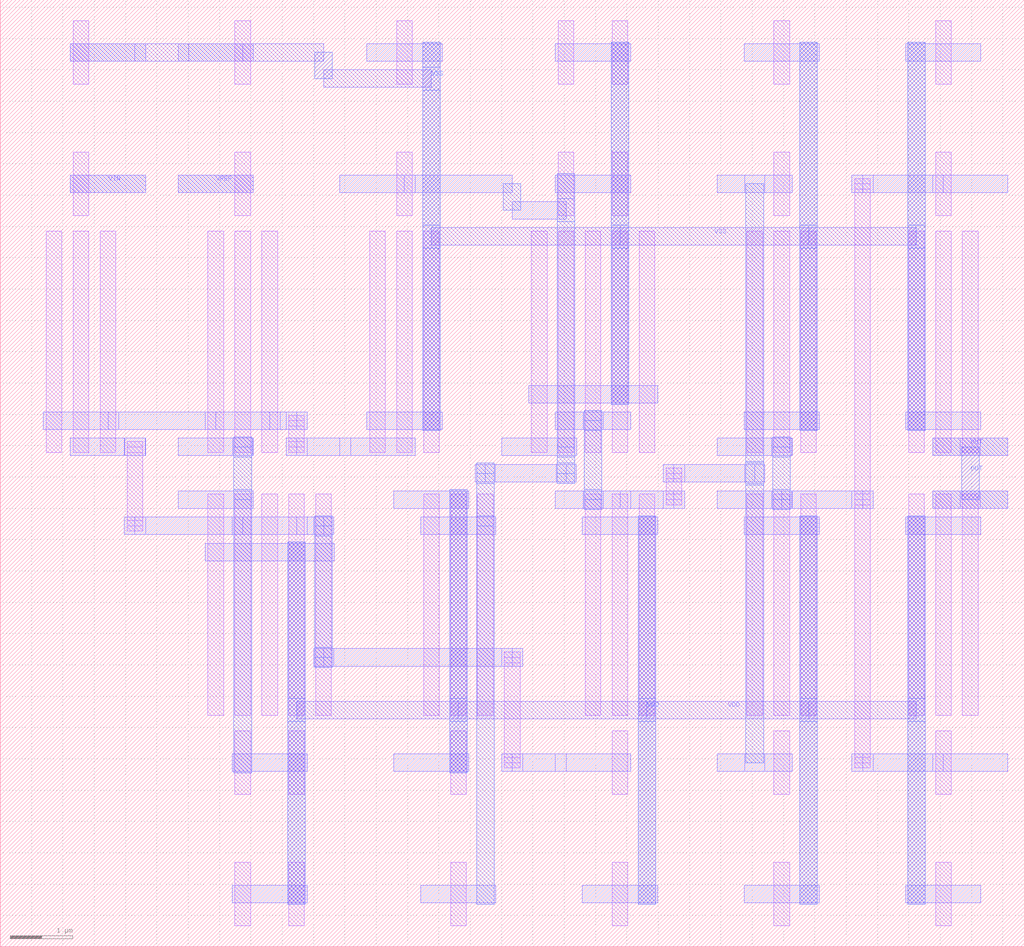
<source format=lef>
MACRO ADC_FLASH
  ORIGIN 0 0 ;
  FOREIGN ADC_FLASH 0 0 ;
  SIZE 16.34 BY 15.12 ;
  PIN VSS
    DIRECTION INOUT ;
    USE SIGNAL ;
    PORT 
      LAYER M2 ;
        RECT 1.12 14.14 2.32 14.42 ;
      LAYER M2 ;
        RECT 2.84 14.14 4.04 14.42 ;
      LAYER M3 ;
        RECT 6.74 8.24 7.02 14.44 ;
      LAYER M3 ;
        RECT 9.75 8.66 10.03 14.44 ;
      LAYER M3 ;
        RECT 6.74 11.155 7.02 11.525 ;
      LAYER M2 ;
        RECT 6.88 11.2 9.89 11.48 ;
      LAYER M3 ;
        RECT 9.75 11.155 10.03 11.525 ;
      LAYER M3 ;
        RECT 12.76 8.24 13.04 14.44 ;
      LAYER M3 ;
        RECT 14.48 8.24 14.76 14.44 ;
      LAYER M3 ;
        RECT 12.76 11.155 13.04 11.525 ;
      LAYER M2 ;
        RECT 12.9 11.2 14.62 11.48 ;
      LAYER M3 ;
        RECT 14.48 11.155 14.76 11.525 ;
      LAYER M2 ;
        RECT 2.15 14.14 3.01 14.42 ;
      LAYER M2 ;
        RECT 3.87 14.14 5.16 14.42 ;
      LAYER M3 ;
        RECT 5.02 13.86 5.3 14.28 ;
      LAYER M2 ;
        RECT 5.16 13.72 6.88 14 ;
      LAYER M3 ;
        RECT 6.74 13.675 7.02 14.045 ;
      LAYER M2 ;
        RECT 9.89 11.2 12.9 11.48 ;
    END
  END VSS
  PIN VDD
    DIRECTION INOUT ;
    USE SIGNAL ;
    PORT 
      LAYER M3 ;
        RECT 4.59 0.68 4.87 6.46 ;
      LAYER M3 ;
        RECT 7.17 2.78 7.45 7.3 ;
      LAYER M3 ;
        RECT 10.18 0.68 10.46 6.88 ;
      LAYER M3 ;
        RECT 12.76 0.68 13.04 6.88 ;
      LAYER M3 ;
        RECT 14.48 0.68 14.76 6.88 ;
      LAYER M3 ;
        RECT 12.76 3.595 13.04 3.965 ;
      LAYER M2 ;
        RECT 12.9 3.64 14.62 3.92 ;
      LAYER M3 ;
        RECT 14.48 3.595 14.76 3.965 ;
      LAYER M3 ;
        RECT 4.59 3.595 4.87 3.965 ;
      LAYER M2 ;
        RECT 4.73 3.64 7.31 3.92 ;
      LAYER M3 ;
        RECT 7.17 3.595 7.45 3.965 ;
      LAYER M2 ;
        RECT 7.31 3.64 10.32 3.92 ;
      LAYER M3 ;
        RECT 10.18 3.595 10.46 3.965 ;
      LAYER M2 ;
        RECT 10.32 3.64 12.9 3.92 ;
    END
  END VDD
  PIN OUT
    DIRECTION INOUT ;
    USE SIGNAL ;
    PORT 
      LAYER M2 ;
        RECT 14.88 7 16.08 7.28 ;
      LAYER M2 ;
        RECT 14.88 7.84 16.08 8.12 ;
      LAYER M2 ;
        RECT 15.32 7 15.64 7.28 ;
      LAYER M3 ;
        RECT 15.34 7.14 15.62 7.98 ;
      LAYER M2 ;
        RECT 15.32 7.84 15.64 8.12 ;
    END
  END OUT
  PIN VIN
    DIRECTION INOUT ;
    USE SIGNAL ;
    PORT 
      LAYER M2 ;
        RECT 1.12 12.04 2.32 12.32 ;
    END
  END VIN
  PIN VREF
    DIRECTION INOUT ;
    USE SIGNAL ;
    PORT 
      LAYER M2 ;
        RECT 2.84 12.04 4.04 12.32 ;
    END
  END VREF
  OBS 
  LAYER M2 ;
        RECT 11.44 2.8 12.64 3.08 ;
  LAYER M2 ;
        RECT 11.44 12.04 12.64 12.32 ;
  LAYER M2 ;
        RECT 11.88 2.8 12.2 3.08 ;
  LAYER M3 ;
        RECT 11.9 2.94 12.18 12.18 ;
  LAYER M2 ;
        RECT 11.88 12.04 12.2 12.32 ;
  LAYER M2 ;
        RECT 8.86 7 10.06 7.28 ;
  LAYER M2 ;
        RECT 8.86 8.26 10.06 8.54 ;
  LAYER M3 ;
        RECT 11.9 7.375 12.18 7.745 ;
  LAYER M2 ;
        RECT 10.75 7.42 12.04 7.7 ;
  LAYER M1 ;
        RECT 10.625 7.14 10.875 7.56 ;
  LAYER M2 ;
        RECT 9.89 7 10.75 7.28 ;
  LAYER M2 ;
        RECT 9.3 7 9.62 7.28 ;
  LAYER M3 ;
        RECT 9.32 7.14 9.6 8.4 ;
  LAYER M2 ;
        RECT 9.3 8.26 9.62 8.54 ;
  LAYER M1 ;
        RECT 10.625 7.055 10.875 7.225 ;
  LAYER M2 ;
        RECT 10.58 7 10.92 7.28 ;
  LAYER M1 ;
        RECT 10.625 7.475 10.875 7.645 ;
  LAYER M2 ;
        RECT 10.58 7.42 10.92 7.7 ;
  LAYER M2 ;
        RECT 11.88 7.42 12.2 7.7 ;
  LAYER M3 ;
        RECT 11.9 7.4 12.18 7.72 ;
  LAYER M1 ;
        RECT 10.625 7.055 10.875 7.225 ;
  LAYER M2 ;
        RECT 10.58 7 10.92 7.28 ;
  LAYER M1 ;
        RECT 10.625 7.475 10.875 7.645 ;
  LAYER M2 ;
        RECT 10.58 7.42 10.92 7.7 ;
  LAYER M2 ;
        RECT 11.88 7.42 12.2 7.7 ;
  LAYER M3 ;
        RECT 11.9 7.4 12.18 7.72 ;
  LAYER M1 ;
        RECT 10.625 7.055 10.875 7.225 ;
  LAYER M2 ;
        RECT 10.58 7 10.92 7.28 ;
  LAYER M1 ;
        RECT 10.625 7.475 10.875 7.645 ;
  LAYER M2 ;
        RECT 10.58 7.42 10.92 7.7 ;
  LAYER M2 ;
        RECT 9.3 7 9.62 7.28 ;
  LAYER M3 ;
        RECT 9.32 6.98 9.6 7.3 ;
  LAYER M2 ;
        RECT 9.3 8.26 9.62 8.54 ;
  LAYER M3 ;
        RECT 9.32 8.24 9.6 8.56 ;
  LAYER M2 ;
        RECT 11.88 7.42 12.2 7.7 ;
  LAYER M3 ;
        RECT 11.9 7.4 12.18 7.72 ;
  LAYER M1 ;
        RECT 10.625 7.055 10.875 7.225 ;
  LAYER M2 ;
        RECT 10.58 7 10.92 7.28 ;
  LAYER M1 ;
        RECT 10.625 7.475 10.875 7.645 ;
  LAYER M2 ;
        RECT 10.58 7.42 10.92 7.7 ;
  LAYER M2 ;
        RECT 9.3 7 9.62 7.28 ;
  LAYER M3 ;
        RECT 9.32 6.98 9.6 7.3 ;
  LAYER M2 ;
        RECT 9.3 8.26 9.62 8.54 ;
  LAYER M3 ;
        RECT 9.32 8.24 9.6 8.56 ;
  LAYER M2 ;
        RECT 11.88 7.42 12.2 7.7 ;
  LAYER M3 ;
        RECT 11.9 7.4 12.18 7.72 ;
  LAYER M3 ;
        RECT 7.6 0.68 7.88 6.88 ;
  LAYER M2 ;
        RECT 5.42 12.04 6.62 12.32 ;
  LAYER M3 ;
        RECT 8.89 7.82 9.17 12.34 ;
  LAYER M2 ;
        RECT 6.45 12.04 8.17 12.32 ;
  LAYER M3 ;
        RECT 8.03 11.76 8.31 12.18 ;
  LAYER M2 ;
        RECT 8.17 11.62 9.03 11.9 ;
  LAYER M3 ;
        RECT 8.89 11.575 9.17 11.945 ;
  LAYER M3 ;
        RECT 7.6 6.72 7.88 7.56 ;
  LAYER M2 ;
        RECT 7.74 7.42 9.03 7.7 ;
  LAYER M3 ;
        RECT 8.89 7.56 9.17 7.98 ;
  LAYER M2 ;
        RECT 7.58 7.42 7.9 7.7 ;
  LAYER M3 ;
        RECT 7.6 7.4 7.88 7.72 ;
  LAYER M2 ;
        RECT 8.87 7.42 9.19 7.7 ;
  LAYER M3 ;
        RECT 8.89 7.4 9.17 7.72 ;
  LAYER M2 ;
        RECT 7.58 7.42 7.9 7.7 ;
  LAYER M3 ;
        RECT 7.6 7.4 7.88 7.72 ;
  LAYER M2 ;
        RECT 8.87 7.42 9.19 7.7 ;
  LAYER M3 ;
        RECT 8.89 7.4 9.17 7.72 ;
  LAYER M2 ;
        RECT 0.69 8.26 1.89 8.54 ;
  LAYER M2 ;
        RECT 3.27 8.26 4.47 8.54 ;
  LAYER M2 ;
        RECT 5.42 7.84 6.62 8.12 ;
  LAYER M2 ;
        RECT 1.72 8.26 3.44 8.54 ;
  LAYER M2 ;
        RECT 4.3 8.26 4.73 8.54 ;
  LAYER M1 ;
        RECT 4.605 7.98 4.855 8.4 ;
  LAYER M2 ;
        RECT 4.73 7.84 5.59 8.12 ;
  LAYER M1 ;
        RECT 4.605 7.895 4.855 8.065 ;
  LAYER M2 ;
        RECT 4.56 7.84 4.9 8.12 ;
  LAYER M1 ;
        RECT 4.605 8.315 4.855 8.485 ;
  LAYER M2 ;
        RECT 4.56 8.26 4.9 8.54 ;
  LAYER M1 ;
        RECT 4.605 7.895 4.855 8.065 ;
  LAYER M2 ;
        RECT 4.56 7.84 4.9 8.12 ;
  LAYER M1 ;
        RECT 4.605 8.315 4.855 8.485 ;
  LAYER M2 ;
        RECT 4.56 8.26 4.9 8.54 ;
  LAYER M3 ;
        RECT 3.73 2.78 4.01 7.3 ;
  LAYER M2 ;
        RECT 2.84 7.84 4.04 8.12 ;
  LAYER M3 ;
        RECT 3.73 7.14 4.01 7.98 ;
  LAYER M2 ;
        RECT 3.71 7.84 4.03 8.12 ;
  LAYER M2 ;
        RECT 3.71 7.84 4.03 8.12 ;
  LAYER M3 ;
        RECT 3.73 7.82 4.01 8.14 ;
  LAYER M2 ;
        RECT 3.71 7.84 4.03 8.12 ;
  LAYER M3 ;
        RECT 3.73 7.82 4.01 8.14 ;
  LAYER M2 ;
        RECT 1.12 7.84 2.32 8.12 ;
  LAYER M2 ;
        RECT 3.7 6.58 4.9 6.86 ;
  LAYER M2 ;
        RECT 8.86 2.8 10.06 3.08 ;
  LAYER M2 ;
        RECT 1.99 7.84 2.31 8.12 ;
  LAYER M1 ;
        RECT 2.025 6.72 2.275 7.98 ;
  LAYER M2 ;
        RECT 2.15 6.58 3.87 6.86 ;
  LAYER M2 ;
        RECT 4.73 6.58 5.16 6.86 ;
  LAYER M3 ;
        RECT 5.02 4.62 5.3 6.72 ;
  LAYER M2 ;
        RECT 5.16 4.48 8.17 4.76 ;
  LAYER M1 ;
        RECT 8.045 2.94 8.295 4.62 ;
  LAYER M2 ;
        RECT 8.17 2.8 9.03 3.08 ;
  LAYER M1 ;
        RECT 2.025 6.635 2.275 6.805 ;
  LAYER M2 ;
        RECT 1.98 6.58 2.32 6.86 ;
  LAYER M1 ;
        RECT 2.025 7.895 2.275 8.065 ;
  LAYER M2 ;
        RECT 1.98 7.84 2.32 8.12 ;
  LAYER M1 ;
        RECT 2.025 6.635 2.275 6.805 ;
  LAYER M2 ;
        RECT 1.98 6.58 2.32 6.86 ;
  LAYER M1 ;
        RECT 2.025 7.895 2.275 8.065 ;
  LAYER M2 ;
        RECT 1.98 7.84 2.32 8.12 ;
  LAYER M1 ;
        RECT 2.025 6.635 2.275 6.805 ;
  LAYER M2 ;
        RECT 1.98 6.58 2.32 6.86 ;
  LAYER M1 ;
        RECT 2.025 7.895 2.275 8.065 ;
  LAYER M2 ;
        RECT 1.98 7.84 2.32 8.12 ;
  LAYER M1 ;
        RECT 8.045 2.855 8.295 3.025 ;
  LAYER M2 ;
        RECT 8 2.8 8.34 3.08 ;
  LAYER M1 ;
        RECT 8.045 4.535 8.295 4.705 ;
  LAYER M2 ;
        RECT 8 4.48 8.34 4.76 ;
  LAYER M2 ;
        RECT 5 4.48 5.32 4.76 ;
  LAYER M3 ;
        RECT 5.02 4.46 5.3 4.78 ;
  LAYER M2 ;
        RECT 5 6.58 5.32 6.86 ;
  LAYER M3 ;
        RECT 5.02 6.56 5.3 6.88 ;
  LAYER M1 ;
        RECT 2.025 6.635 2.275 6.805 ;
  LAYER M2 ;
        RECT 1.98 6.58 2.32 6.86 ;
  LAYER M1 ;
        RECT 2.025 7.895 2.275 8.065 ;
  LAYER M2 ;
        RECT 1.98 7.84 2.32 8.12 ;
  LAYER M1 ;
        RECT 8.045 2.855 8.295 3.025 ;
  LAYER M2 ;
        RECT 8 2.8 8.34 3.08 ;
  LAYER M1 ;
        RECT 8.045 4.535 8.295 4.705 ;
  LAYER M2 ;
        RECT 8 4.48 8.34 4.76 ;
  LAYER M2 ;
        RECT 5 4.48 5.32 4.76 ;
  LAYER M3 ;
        RECT 5.02 4.46 5.3 4.78 ;
  LAYER M2 ;
        RECT 5 6.58 5.32 6.86 ;
  LAYER M3 ;
        RECT 5.02 6.56 5.3 6.88 ;
  LAYER M2 ;
        RECT 14.88 2.8 16.08 3.08 ;
  LAYER M2 ;
        RECT 11.44 7 12.64 7.28 ;
  LAYER M2 ;
        RECT 11.44 7.84 12.64 8.12 ;
  LAYER M2 ;
        RECT 14.88 12.04 16.08 12.32 ;
  LAYER M2 ;
        RECT 13.76 2.8 15.05 3.08 ;
  LAYER M1 ;
        RECT 13.635 2.94 13.885 7.14 ;
  LAYER M2 ;
        RECT 12.47 7 13.76 7.28 ;
  LAYER M2 ;
        RECT 12.31 7 12.63 7.28 ;
  LAYER M3 ;
        RECT 12.33 7.14 12.61 7.98 ;
  LAYER M2 ;
        RECT 12.31 7.84 12.63 8.12 ;
  LAYER M1 ;
        RECT 13.635 7.14 13.885 12.18 ;
  LAYER M2 ;
        RECT 13.76 12.04 15.05 12.32 ;
  LAYER M1 ;
        RECT 13.635 2.855 13.885 3.025 ;
  LAYER M2 ;
        RECT 13.59 2.8 13.93 3.08 ;
  LAYER M1 ;
        RECT 13.635 7.055 13.885 7.225 ;
  LAYER M2 ;
        RECT 13.59 7 13.93 7.28 ;
  LAYER M1 ;
        RECT 13.635 2.855 13.885 3.025 ;
  LAYER M2 ;
        RECT 13.59 2.8 13.93 3.08 ;
  LAYER M1 ;
        RECT 13.635 7.055 13.885 7.225 ;
  LAYER M2 ;
        RECT 13.59 7 13.93 7.28 ;
  LAYER M1 ;
        RECT 13.635 2.855 13.885 3.025 ;
  LAYER M2 ;
        RECT 13.59 2.8 13.93 3.08 ;
  LAYER M1 ;
        RECT 13.635 7.055 13.885 7.225 ;
  LAYER M2 ;
        RECT 13.59 7 13.93 7.28 ;
  LAYER M2 ;
        RECT 12.31 7 12.63 7.28 ;
  LAYER M3 ;
        RECT 12.33 6.98 12.61 7.3 ;
  LAYER M2 ;
        RECT 12.31 7.84 12.63 8.12 ;
  LAYER M3 ;
        RECT 12.33 7.82 12.61 8.14 ;
  LAYER M1 ;
        RECT 13.635 2.855 13.885 3.025 ;
  LAYER M2 ;
        RECT 13.59 2.8 13.93 3.08 ;
  LAYER M1 ;
        RECT 13.635 7.055 13.885 7.225 ;
  LAYER M2 ;
        RECT 13.59 7 13.93 7.28 ;
  LAYER M2 ;
        RECT 12.31 7 12.63 7.28 ;
  LAYER M3 ;
        RECT 12.33 6.98 12.61 7.3 ;
  LAYER M2 ;
        RECT 12.31 7.84 12.63 8.12 ;
  LAYER M3 ;
        RECT 12.33 7.82 12.61 8.14 ;
  LAYER M1 ;
        RECT 13.635 2.855 13.885 3.025 ;
  LAYER M2 ;
        RECT 13.59 2.8 13.93 3.08 ;
  LAYER M1 ;
        RECT 13.635 7.055 13.885 7.225 ;
  LAYER M2 ;
        RECT 13.59 7 13.93 7.28 ;
  LAYER M1 ;
        RECT 13.635 12.095 13.885 12.265 ;
  LAYER M2 ;
        RECT 13.59 12.04 13.93 12.32 ;
  LAYER M2 ;
        RECT 12.31 7 12.63 7.28 ;
  LAYER M3 ;
        RECT 12.33 6.98 12.61 7.3 ;
  LAYER M2 ;
        RECT 12.31 7.84 12.63 8.12 ;
  LAYER M3 ;
        RECT 12.33 7.82 12.61 8.14 ;
  LAYER M1 ;
        RECT 13.635 2.855 13.885 3.025 ;
  LAYER M2 ;
        RECT 13.59 2.8 13.93 3.08 ;
  LAYER M1 ;
        RECT 13.635 7.055 13.885 7.225 ;
  LAYER M2 ;
        RECT 13.59 7 13.93 7.28 ;
  LAYER M1 ;
        RECT 13.635 12.095 13.885 12.265 ;
  LAYER M2 ;
        RECT 13.59 12.04 13.93 12.32 ;
  LAYER M2 ;
        RECT 12.31 7 12.63 7.28 ;
  LAYER M3 ;
        RECT 12.33 6.98 12.61 7.3 ;
  LAYER M2 ;
        RECT 12.31 7.84 12.63 8.12 ;
  LAYER M3 ;
        RECT 12.33 7.82 12.61 8.14 ;
  LAYER M1 ;
        RECT 12.345 7.895 12.595 11.425 ;
  LAYER M1 ;
        RECT 12.345 11.675 12.595 12.685 ;
  LAYER M1 ;
        RECT 12.345 13.775 12.595 14.785 ;
  LAYER M1 ;
        RECT 11.915 7.895 12.165 11.425 ;
  LAYER M1 ;
        RECT 12.775 7.895 13.025 11.425 ;
  LAYER M2 ;
        RECT 11.87 8.26 13.07 8.54 ;
  LAYER M2 ;
        RECT 11.87 14.14 13.07 14.42 ;
  LAYER M2 ;
        RECT 11.44 7.84 12.64 8.12 ;
  LAYER M2 ;
        RECT 11.44 12.04 12.64 12.32 ;
  LAYER M3 ;
        RECT 12.76 8.24 13.04 14.44 ;
  LAYER M1 ;
        RECT 14.925 7.895 15.175 11.425 ;
  LAYER M1 ;
        RECT 14.925 11.675 15.175 12.685 ;
  LAYER M1 ;
        RECT 14.925 13.775 15.175 14.785 ;
  LAYER M1 ;
        RECT 15.355 7.895 15.605 11.425 ;
  LAYER M1 ;
        RECT 14.495 7.895 14.745 11.425 ;
  LAYER M2 ;
        RECT 14.45 8.26 15.65 8.54 ;
  LAYER M2 ;
        RECT 14.45 14.14 15.65 14.42 ;
  LAYER M2 ;
        RECT 14.88 7.84 16.08 8.12 ;
  LAYER M2 ;
        RECT 14.88 12.04 16.08 12.32 ;
  LAYER M3 ;
        RECT 14.48 8.24 14.76 14.44 ;
  LAYER M1 ;
        RECT 12.345 3.695 12.595 7.225 ;
  LAYER M1 ;
        RECT 12.345 2.435 12.595 3.445 ;
  LAYER M1 ;
        RECT 12.345 0.335 12.595 1.345 ;
  LAYER M1 ;
        RECT 11.915 3.695 12.165 7.225 ;
  LAYER M1 ;
        RECT 12.775 3.695 13.025 7.225 ;
  LAYER M2 ;
        RECT 11.87 6.58 13.07 6.86 ;
  LAYER M2 ;
        RECT 11.87 0.7 13.07 0.98 ;
  LAYER M2 ;
        RECT 11.44 7 12.64 7.28 ;
  LAYER M2 ;
        RECT 11.44 2.8 12.64 3.08 ;
  LAYER M3 ;
        RECT 12.76 0.68 13.04 6.88 ;
  LAYER M1 ;
        RECT 14.925 3.695 15.175 7.225 ;
  LAYER M1 ;
        RECT 14.925 2.435 15.175 3.445 ;
  LAYER M1 ;
        RECT 14.925 0.335 15.175 1.345 ;
  LAYER M1 ;
        RECT 15.355 3.695 15.605 7.225 ;
  LAYER M1 ;
        RECT 14.495 3.695 14.745 7.225 ;
  LAYER M2 ;
        RECT 14.45 6.58 15.65 6.86 ;
  LAYER M2 ;
        RECT 14.45 0.7 15.65 0.98 ;
  LAYER M2 ;
        RECT 14.88 7 16.08 7.28 ;
  LAYER M2 ;
        RECT 14.88 2.8 16.08 3.08 ;
  LAYER M3 ;
        RECT 14.48 0.68 14.76 6.88 ;
  LAYER M1 ;
        RECT 8.905 7.895 9.155 11.425 ;
  LAYER M1 ;
        RECT 8.905 11.675 9.155 12.685 ;
  LAYER M1 ;
        RECT 8.905 13.775 9.155 14.785 ;
  LAYER M1 ;
        RECT 8.475 7.895 8.725 11.425 ;
  LAYER M1 ;
        RECT 9.335 7.895 9.585 11.425 ;
  LAYER M1 ;
        RECT 9.765 7.895 10.015 11.425 ;
  LAYER M1 ;
        RECT 9.765 11.675 10.015 12.685 ;
  LAYER M1 ;
        RECT 9.765 13.775 10.015 14.785 ;
  LAYER M1 ;
        RECT 10.195 7.895 10.445 11.425 ;
  LAYER M2 ;
        RECT 8 7.84 9.2 8.12 ;
  LAYER M2 ;
        RECT 8.86 12.04 10.06 12.32 ;
  LAYER M2 ;
        RECT 8.43 8.68 10.49 8.96 ;
  LAYER M2 ;
        RECT 8.86 14.14 10.06 14.42 ;
  LAYER M3 ;
        RECT 8.89 7.82 9.17 12.34 ;
  LAYER M2 ;
        RECT 8.86 8.26 10.06 8.54 ;
  LAYER M3 ;
        RECT 9.75 8.66 10.03 14.44 ;
  LAYER M1 ;
        RECT 6.325 7.895 6.575 11.425 ;
  LAYER M1 ;
        RECT 6.325 11.675 6.575 12.685 ;
  LAYER M1 ;
        RECT 6.325 13.775 6.575 14.785 ;
  LAYER M1 ;
        RECT 5.895 7.895 6.145 11.425 ;
  LAYER M1 ;
        RECT 6.755 7.895 7.005 11.425 ;
  LAYER M2 ;
        RECT 5.85 8.26 7.05 8.54 ;
  LAYER M2 ;
        RECT 5.85 14.14 7.05 14.42 ;
  LAYER M2 ;
        RECT 5.42 7.84 6.62 8.12 ;
  LAYER M2 ;
        RECT 5.42 12.04 6.62 12.32 ;
  LAYER M3 ;
        RECT 6.74 8.24 7.02 14.44 ;
  LAYER M1 ;
        RECT 3.745 3.695 3.995 7.225 ;
  LAYER M1 ;
        RECT 3.745 2.435 3.995 3.445 ;
  LAYER M1 ;
        RECT 3.745 0.335 3.995 1.345 ;
  LAYER M1 ;
        RECT 3.315 3.695 3.565 7.225 ;
  LAYER M1 ;
        RECT 4.175 3.695 4.425 7.225 ;
  LAYER M1 ;
        RECT 4.605 3.695 4.855 7.225 ;
  LAYER M1 ;
        RECT 4.605 2.435 4.855 3.445 ;
  LAYER M1 ;
        RECT 4.605 0.335 4.855 1.345 ;
  LAYER M1 ;
        RECT 5.035 3.695 5.285 7.225 ;
  LAYER M2 ;
        RECT 2.84 7 4.04 7.28 ;
  LAYER M2 ;
        RECT 3.7 2.8 4.9 3.08 ;
  LAYER M2 ;
        RECT 3.27 6.16 5.33 6.44 ;
  LAYER M2 ;
        RECT 3.7 0.7 4.9 0.98 ;
  LAYER M3 ;
        RECT 3.73 2.78 4.01 7.3 ;
  LAYER M2 ;
        RECT 3.7 6.58 4.9 6.86 ;
  LAYER M3 ;
        RECT 4.59 0.68 4.87 6.46 ;
  LAYER M1 ;
        RECT 7.185 3.695 7.435 7.225 ;
  LAYER M1 ;
        RECT 7.185 2.435 7.435 3.445 ;
  LAYER M1 ;
        RECT 7.185 0.335 7.435 1.345 ;
  LAYER M1 ;
        RECT 6.755 3.695 7.005 7.225 ;
  LAYER M1 ;
        RECT 7.615 3.695 7.865 7.225 ;
  LAYER M2 ;
        RECT 6.28 7 7.48 7.28 ;
  LAYER M2 ;
        RECT 6.28 2.8 7.48 3.08 ;
  LAYER M2 ;
        RECT 6.71 6.58 7.91 6.86 ;
  LAYER M2 ;
        RECT 6.71 0.7 7.91 0.98 ;
  LAYER M3 ;
        RECT 7.17 2.78 7.45 7.3 ;
  LAYER M3 ;
        RECT 7.6 0.68 7.88 6.88 ;
  LAYER M1 ;
        RECT 9.765 3.695 10.015 7.225 ;
  LAYER M1 ;
        RECT 9.765 2.435 10.015 3.445 ;
  LAYER M1 ;
        RECT 9.765 0.335 10.015 1.345 ;
  LAYER M1 ;
        RECT 9.335 3.695 9.585 7.225 ;
  LAYER M1 ;
        RECT 10.195 3.695 10.445 7.225 ;
  LAYER M2 ;
        RECT 9.29 6.58 10.49 6.86 ;
  LAYER M2 ;
        RECT 9.29 0.7 10.49 0.98 ;
  LAYER M2 ;
        RECT 8.86 7 10.06 7.28 ;
  LAYER M2 ;
        RECT 8.86 2.8 10.06 3.08 ;
  LAYER M3 ;
        RECT 10.18 0.68 10.46 6.88 ;
  LAYER M1 ;
        RECT 1.165 7.895 1.415 11.425 ;
  LAYER M1 ;
        RECT 1.165 11.675 1.415 12.685 ;
  LAYER M1 ;
        RECT 1.165 13.775 1.415 14.785 ;
  LAYER M1 ;
        RECT 1.595 7.895 1.845 11.425 ;
  LAYER M1 ;
        RECT 0.735 7.895 0.985 11.425 ;
  LAYER M2 ;
        RECT 1.12 14.14 2.32 14.42 ;
  LAYER M2 ;
        RECT 1.12 7.84 2.32 8.12 ;
  LAYER M2 ;
        RECT 1.12 12.04 2.32 12.32 ;
  LAYER M2 ;
        RECT 0.69 8.26 1.89 8.54 ;
  LAYER M1 ;
        RECT 3.745 7.895 3.995 11.425 ;
  LAYER M1 ;
        RECT 3.745 11.675 3.995 12.685 ;
  LAYER M1 ;
        RECT 3.745 13.775 3.995 14.785 ;
  LAYER M1 ;
        RECT 3.315 7.895 3.565 11.425 ;
  LAYER M1 ;
        RECT 4.175 7.895 4.425 11.425 ;
  LAYER M2 ;
        RECT 2.84 14.14 4.04 14.42 ;
  LAYER M2 ;
        RECT 2.84 7.84 4.04 8.12 ;
  LAYER M2 ;
        RECT 2.84 12.04 4.04 12.32 ;
  LAYER M2 ;
        RECT 3.27 8.26 4.47 8.54 ;
  END 
END ADC_FLASH

</source>
